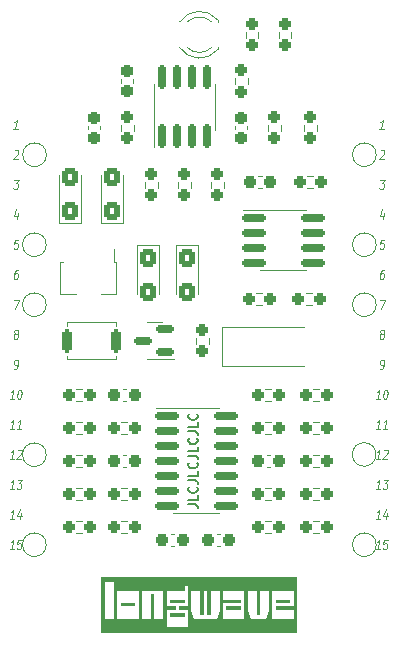
<source format=gbr>
%TF.GenerationSoftware,KiCad,Pcbnew,(6.0.9-0)*%
%TF.CreationDate,2024-03-23T11:21:51+01:00*%
%TF.ProjectId,lfo-board,6c666f2d-626f-4617-9264-2e6b69636164,rev?*%
%TF.SameCoordinates,Original*%
%TF.FileFunction,Legend,Top*%
%TF.FilePolarity,Positive*%
%FSLAX46Y46*%
G04 Gerber Fmt 4.6, Leading zero omitted, Abs format (unit mm)*
G04 Created by KiCad (PCBNEW (6.0.9-0)) date 2024-03-23 11:21:51*
%MOMM*%
%LPD*%
G01*
G04 APERTURE LIST*
G04 Aperture macros list*
%AMRoundRect*
0 Rectangle with rounded corners*
0 $1 Rounding radius*
0 $2 $3 $4 $5 $6 $7 $8 $9 X,Y pos of 4 corners*
0 Add a 4 corners polygon primitive as box body*
4,1,4,$2,$3,$4,$5,$6,$7,$8,$9,$2,$3,0*
0 Add four circle primitives for the rounded corners*
1,1,$1+$1,$2,$3*
1,1,$1+$1,$4,$5*
1,1,$1+$1,$6,$7*
1,1,$1+$1,$8,$9*
0 Add four rect primitives between the rounded corners*
20,1,$1+$1,$2,$3,$4,$5,0*
20,1,$1+$1,$4,$5,$6,$7,0*
20,1,$1+$1,$6,$7,$8,$9,0*
20,1,$1+$1,$8,$9,$2,$3,0*%
%AMFreePoly0*
4,1,9,3.862500,-0.866500,0.737500,-0.866500,0.737500,-0.450000,-0.737500,-0.450000,-0.737500,0.450000,0.737500,0.450000,0.737500,0.866500,3.862500,0.866500,3.862500,-0.866500,3.862500,-0.866500,$1*%
G04 Aperture macros list end*
%ADD10C,0.120000*%
%ADD11C,0.100000*%
%ADD12C,0.150000*%
%ADD13RoundRect,0.237500X-0.300000X-0.237500X0.300000X-0.237500X0.300000X0.237500X-0.300000X0.237500X0*%
%ADD14C,5.500000*%
%ADD15RoundRect,0.237500X0.250000X0.237500X-0.250000X0.237500X-0.250000X-0.237500X0.250000X-0.237500X0*%
%ADD16RoundRect,0.237500X0.237500X-0.250000X0.237500X0.250000X-0.237500X0.250000X-0.237500X-0.250000X0*%
%ADD17R,0.900000X1.300000*%
%ADD18FreePoly0,270.000000*%
%ADD19C,3.200000*%
%ADD20RoundRect,0.237500X0.300000X0.237500X-0.300000X0.237500X-0.300000X-0.237500X0.300000X-0.237500X0*%
%ADD21RoundRect,0.150000X0.587500X0.150000X-0.587500X0.150000X-0.587500X-0.150000X0.587500X-0.150000X0*%
%ADD22RoundRect,0.200000X-0.200000X-0.800000X0.200000X-0.800000X0.200000X0.800000X-0.200000X0.800000X0*%
%ADD23RoundRect,0.150000X-0.825000X-0.150000X0.825000X-0.150000X0.825000X0.150000X-0.825000X0.150000X0*%
%ADD24RoundRect,0.237500X-0.250000X-0.237500X0.250000X-0.237500X0.250000X0.237500X-0.250000X0.237500X0*%
%ADD25R,1.800000X1.800000*%
%ADD26C,1.800000*%
%ADD27RoundRect,0.250000X0.425000X-0.537500X0.425000X0.537500X-0.425000X0.537500X-0.425000X-0.537500X0*%
%ADD28RoundRect,0.237500X0.237500X-0.300000X0.237500X0.300000X-0.237500X0.300000X-0.237500X-0.300000X0*%
%ADD29RoundRect,0.250000X-0.425000X0.537500X-0.425000X-0.537500X0.425000X-0.537500X0.425000X0.537500X0*%
%ADD30RoundRect,0.237500X-0.237500X0.250000X-0.237500X-0.250000X0.237500X-0.250000X0.237500X0.250000X0*%
%ADD31R,1.700000X1.700000*%
%ADD32O,1.700000X1.700000*%
%ADD33R,3.500000X1.800000*%
%ADD34RoundRect,0.150000X0.150000X-0.825000X0.150000X0.825000X-0.150000X0.825000X-0.150000X-0.825000X0*%
G04 APERTURE END LIST*
D10*
X56880000Y-60960000D02*
G75*
G03*
X56880000Y-60960000I-1000000J0D01*
G01*
X56880000Y-68580000D02*
G75*
G03*
X56880000Y-68580000I-1000000J0D01*
G01*
X56880000Y-73660000D02*
G75*
G03*
X56880000Y-73660000I-1000000J0D01*
G01*
X56860551Y-86336661D02*
G75*
G03*
X56860551Y-86336661I-1000000J0D01*
G01*
X56880000Y-93980000D02*
G75*
G03*
X56880000Y-93980000I-1000000J0D01*
G01*
X28940000Y-93980000D02*
G75*
G03*
X28940000Y-93980000I-1000000J0D01*
G01*
X28940000Y-86360000D02*
G75*
G03*
X28940000Y-86360000I-1000000J0D01*
G01*
X28940000Y-73660000D02*
G75*
G03*
X28940000Y-73660000I-1000000J0D01*
G01*
X28940000Y-68580000D02*
G75*
G03*
X28940000Y-68580000I-1000000J0D01*
G01*
X28956000Y-60960000D02*
G75*
G03*
X28956000Y-60960000I-1000000J0D01*
G01*
D11*
X26225976Y-94341904D02*
X25883119Y-94341904D01*
X26054547Y-94341904D02*
X26154547Y-93541904D01*
X26083119Y-93656190D01*
X26016452Y-93732380D01*
X25954547Y-93770476D01*
X26868833Y-93541904D02*
X26583119Y-93541904D01*
X26506928Y-93922857D01*
X26540261Y-93884761D01*
X26602166Y-93846666D01*
X26745023Y-93846666D01*
X26797404Y-93884761D01*
X26821214Y-93922857D01*
X26840261Y-93999047D01*
X26816452Y-94189523D01*
X26778357Y-94265714D01*
X26745023Y-94303809D01*
X26683119Y-94341904D01*
X26540261Y-94341904D01*
X26487880Y-94303809D01*
X26464071Y-94265714D01*
D10*
X26225976Y-79101904D02*
X26340261Y-79101904D01*
X26402166Y-79063809D01*
X26435500Y-79025714D01*
X26506928Y-78911428D01*
X26554547Y-78759047D01*
X26592642Y-78454285D01*
X26573595Y-78378095D01*
X26549785Y-78340000D01*
X26497404Y-78301904D01*
X26383119Y-78301904D01*
X26321214Y-78340000D01*
X26287880Y-78378095D01*
X26249785Y-78454285D01*
X26225976Y-78644761D01*
X26245023Y-78720952D01*
X26268833Y-78759047D01*
X26321214Y-78797142D01*
X26435500Y-78797142D01*
X26497404Y-78759047D01*
X26530738Y-78720952D01*
X26568833Y-78644761D01*
D11*
X26225976Y-81641904D02*
X25883119Y-81641904D01*
X26054547Y-81641904D02*
X26154547Y-80841904D01*
X26083119Y-80956190D01*
X26016452Y-81032380D01*
X25954547Y-81070476D01*
X26697404Y-80841904D02*
X26754547Y-80841904D01*
X26806928Y-80880000D01*
X26830738Y-80918095D01*
X26849785Y-80994285D01*
X26859309Y-81146666D01*
X26835500Y-81337142D01*
X26787880Y-81489523D01*
X26749785Y-81565714D01*
X26716452Y-81603809D01*
X26654547Y-81641904D01*
X26597404Y-81641904D01*
X26545023Y-81603809D01*
X26521214Y-81565714D01*
X26502166Y-81489523D01*
X26492642Y-81337142D01*
X26516452Y-81146666D01*
X26564071Y-80994285D01*
X26602166Y-80918095D01*
X26635500Y-80880000D01*
X26697404Y-80841904D01*
D10*
X57509214Y-65868571D02*
X57442547Y-66401904D01*
X57404452Y-65563809D02*
X57190166Y-66135238D01*
X57561595Y-66135238D01*
D11*
X26225976Y-91801904D02*
X25883119Y-91801904D01*
X26054547Y-91801904D02*
X26154547Y-91001904D01*
X26083119Y-91116190D01*
X26016452Y-91192380D01*
X25954547Y-91230476D01*
X26806928Y-91268571D02*
X26740261Y-91801904D01*
X26702166Y-90963809D02*
X26487880Y-91535238D01*
X26859309Y-91535238D01*
X57213976Y-89261904D02*
X56871119Y-89261904D01*
X57042547Y-89261904D02*
X57142547Y-88461904D01*
X57071119Y-88576190D01*
X57004452Y-88652380D01*
X56942547Y-88690476D01*
X57513976Y-88461904D02*
X57885404Y-88461904D01*
X57647309Y-88766666D01*
X57733023Y-88766666D01*
X57785404Y-88804761D01*
X57809214Y-88842857D01*
X57828261Y-88919047D01*
X57804452Y-89109523D01*
X57766357Y-89185714D01*
X57733023Y-89223809D01*
X57671119Y-89261904D01*
X57499690Y-89261904D01*
X57447309Y-89223809D01*
X57423500Y-89185714D01*
X26225976Y-84181904D02*
X25883119Y-84181904D01*
X26054547Y-84181904D02*
X26154547Y-83381904D01*
X26083119Y-83496190D01*
X26016452Y-83572380D01*
X25954547Y-83610476D01*
X26797404Y-84181904D02*
X26454547Y-84181904D01*
X26625976Y-84181904D02*
X26725976Y-83381904D01*
X26654547Y-83496190D01*
X26587880Y-83572380D01*
X26525976Y-83610476D01*
D10*
X57213976Y-79101904D02*
X57328261Y-79101904D01*
X57390166Y-79063809D01*
X57423500Y-79025714D01*
X57494928Y-78911428D01*
X57542547Y-78759047D01*
X57580642Y-78454285D01*
X57561595Y-78378095D01*
X57537785Y-78340000D01*
X57485404Y-78301904D01*
X57371119Y-78301904D01*
X57309214Y-78340000D01*
X57275880Y-78378095D01*
X57237785Y-78454285D01*
X57213976Y-78644761D01*
X57233023Y-78720952D01*
X57256833Y-78759047D01*
X57309214Y-78797142D01*
X57423500Y-78797142D01*
X57485404Y-78759047D01*
X57518738Y-78720952D01*
X57556833Y-78644761D01*
X26583119Y-68141904D02*
X26297404Y-68141904D01*
X26221214Y-68522857D01*
X26254547Y-68484761D01*
X26316452Y-68446666D01*
X26459309Y-68446666D01*
X26511690Y-68484761D01*
X26535500Y-68522857D01*
X26554547Y-68599047D01*
X26530738Y-68789523D01*
X26492642Y-68865714D01*
X26459309Y-68903809D01*
X26397404Y-68941904D01*
X26254547Y-68941904D01*
X26202166Y-68903809D01*
X26178357Y-68865714D01*
X57228261Y-73221904D02*
X57628261Y-73221904D01*
X57271119Y-74021904D01*
X26240261Y-73221904D02*
X26640261Y-73221904D01*
X26283119Y-74021904D01*
X57499690Y-58781904D02*
X57156833Y-58781904D01*
X57328261Y-58781904D02*
X57428261Y-57981904D01*
X57356833Y-58096190D01*
X57290166Y-58172380D01*
X57228261Y-58210476D01*
X57228261Y-63061904D02*
X57599690Y-63061904D01*
X57361595Y-63366666D01*
X57447309Y-63366666D01*
X57499690Y-63404761D01*
X57523500Y-63442857D01*
X57542547Y-63519047D01*
X57518738Y-63709523D01*
X57480642Y-63785714D01*
X57447309Y-63823809D01*
X57385404Y-63861904D01*
X57213976Y-63861904D01*
X57161595Y-63823809D01*
X57137785Y-63785714D01*
D11*
X26225976Y-86721904D02*
X25883119Y-86721904D01*
X26054547Y-86721904D02*
X26154547Y-85921904D01*
X26083119Y-86036190D01*
X26016452Y-86112380D01*
X25954547Y-86150476D01*
X26545023Y-85998095D02*
X26578357Y-85960000D01*
X26640261Y-85921904D01*
X26783119Y-85921904D01*
X26835500Y-85960000D01*
X26859309Y-85998095D01*
X26878357Y-86074285D01*
X26868833Y-86150476D01*
X26825976Y-86264761D01*
X26425976Y-86721904D01*
X26797404Y-86721904D01*
D10*
X57247309Y-60598095D02*
X57280642Y-60560000D01*
X57342547Y-60521904D01*
X57485404Y-60521904D01*
X57537785Y-60560000D01*
X57561595Y-60598095D01*
X57580642Y-60674285D01*
X57571119Y-60750476D01*
X57528261Y-60864761D01*
X57128261Y-61321904D01*
X57499690Y-61321904D01*
D11*
X57213976Y-84181904D02*
X56871119Y-84181904D01*
X57042547Y-84181904D02*
X57142547Y-83381904D01*
X57071119Y-83496190D01*
X57004452Y-83572380D01*
X56942547Y-83610476D01*
X57785404Y-84181904D02*
X57442547Y-84181904D01*
X57613976Y-84181904D02*
X57713976Y-83381904D01*
X57642547Y-83496190D01*
X57575880Y-83572380D01*
X57513976Y-83610476D01*
D12*
X40963904Y-90563238D02*
X41535333Y-90563238D01*
X41649619Y-90601333D01*
X41725809Y-90677523D01*
X41763904Y-90791809D01*
X41763904Y-90868000D01*
X41763904Y-89801333D02*
X41763904Y-90182285D01*
X40963904Y-90182285D01*
X41687714Y-89077523D02*
X41725809Y-89115619D01*
X41763904Y-89229904D01*
X41763904Y-89306095D01*
X41725809Y-89420380D01*
X41649619Y-89496571D01*
X41573428Y-89534666D01*
X41421047Y-89572761D01*
X41306761Y-89572761D01*
X41154380Y-89534666D01*
X41078190Y-89496571D01*
X41002000Y-89420380D01*
X40963904Y-89306095D01*
X40963904Y-89229904D01*
X41002000Y-89115619D01*
X41040095Y-89077523D01*
X40963904Y-88506095D02*
X41535333Y-88506095D01*
X41649619Y-88544190D01*
X41725809Y-88620380D01*
X41763904Y-88734666D01*
X41763904Y-88810857D01*
X41763904Y-87744190D02*
X41763904Y-88125142D01*
X40963904Y-88125142D01*
X41687714Y-87020380D02*
X41725809Y-87058476D01*
X41763904Y-87172761D01*
X41763904Y-87248952D01*
X41725809Y-87363238D01*
X41649619Y-87439428D01*
X41573428Y-87477523D01*
X41421047Y-87515619D01*
X41306761Y-87515619D01*
X41154380Y-87477523D01*
X41078190Y-87439428D01*
X41002000Y-87363238D01*
X40963904Y-87248952D01*
X40963904Y-87172761D01*
X41002000Y-87058476D01*
X41040095Y-87020380D01*
X40963904Y-86448952D02*
X41535333Y-86448952D01*
X41649619Y-86487047D01*
X41725809Y-86563238D01*
X41763904Y-86677523D01*
X41763904Y-86753714D01*
X41763904Y-85687047D02*
X41763904Y-86068000D01*
X40963904Y-86068000D01*
X41687714Y-84963238D02*
X41725809Y-85001333D01*
X41763904Y-85115619D01*
X41763904Y-85191809D01*
X41725809Y-85306095D01*
X41649619Y-85382285D01*
X41573428Y-85420380D01*
X41421047Y-85458476D01*
X41306761Y-85458476D01*
X41154380Y-85420380D01*
X41078190Y-85382285D01*
X41002000Y-85306095D01*
X40963904Y-85191809D01*
X40963904Y-85115619D01*
X41002000Y-85001333D01*
X41040095Y-84963238D01*
X40963904Y-84391809D02*
X41535333Y-84391809D01*
X41649619Y-84429904D01*
X41725809Y-84506095D01*
X41763904Y-84620380D01*
X41763904Y-84696571D01*
X41763904Y-83629904D02*
X41763904Y-84010857D01*
X40963904Y-84010857D01*
X41687714Y-82906095D02*
X41725809Y-82944190D01*
X41763904Y-83058476D01*
X41763904Y-83134666D01*
X41725809Y-83248952D01*
X41649619Y-83325142D01*
X41573428Y-83363238D01*
X41421047Y-83401333D01*
X41306761Y-83401333D01*
X41154380Y-83363238D01*
X41078190Y-83325142D01*
X41002000Y-83248952D01*
X40963904Y-83134666D01*
X40963904Y-83058476D01*
X41002000Y-82944190D01*
X41040095Y-82906095D01*
D10*
X26240261Y-63061904D02*
X26611690Y-63061904D01*
X26373595Y-63366666D01*
X26459309Y-63366666D01*
X26511690Y-63404761D01*
X26535500Y-63442857D01*
X26554547Y-63519047D01*
X26530738Y-63709523D01*
X26492642Y-63785714D01*
X26459309Y-63823809D01*
X26397404Y-63861904D01*
X26225976Y-63861904D01*
X26173595Y-63823809D01*
X26149785Y-63785714D01*
X26554547Y-70681904D02*
X26440261Y-70681904D01*
X26378357Y-70720000D01*
X26345023Y-70758095D01*
X26273595Y-70872380D01*
X26225976Y-71024761D01*
X26187880Y-71329523D01*
X26206928Y-71405714D01*
X26230738Y-71443809D01*
X26283119Y-71481904D01*
X26397404Y-71481904D01*
X26459309Y-71443809D01*
X26492642Y-71405714D01*
X26530738Y-71329523D01*
X26554547Y-71139047D01*
X26535500Y-71062857D01*
X26511690Y-71024761D01*
X26459309Y-70986666D01*
X26345023Y-70986666D01*
X26283119Y-71024761D01*
X26249785Y-71062857D01*
X26211690Y-71139047D01*
X57571119Y-68141904D02*
X57285404Y-68141904D01*
X57209214Y-68522857D01*
X57242547Y-68484761D01*
X57304452Y-68446666D01*
X57447309Y-68446666D01*
X57499690Y-68484761D01*
X57523500Y-68522857D01*
X57542547Y-68599047D01*
X57518738Y-68789523D01*
X57480642Y-68865714D01*
X57447309Y-68903809D01*
X57385404Y-68941904D01*
X57242547Y-68941904D01*
X57190166Y-68903809D01*
X57166357Y-68865714D01*
X57328261Y-76104761D02*
X57275880Y-76066666D01*
X57252071Y-76028571D01*
X57233023Y-75952380D01*
X57237785Y-75914285D01*
X57275880Y-75838095D01*
X57309214Y-75800000D01*
X57371119Y-75761904D01*
X57485404Y-75761904D01*
X57537785Y-75800000D01*
X57561595Y-75838095D01*
X57580642Y-75914285D01*
X57575880Y-75952380D01*
X57537785Y-76028571D01*
X57504452Y-76066666D01*
X57442547Y-76104761D01*
X57328261Y-76104761D01*
X57266357Y-76142857D01*
X57233023Y-76180952D01*
X57194928Y-76257142D01*
X57175880Y-76409523D01*
X57194928Y-76485714D01*
X57218738Y-76523809D01*
X57271119Y-76561904D01*
X57385404Y-76561904D01*
X57447309Y-76523809D01*
X57480642Y-76485714D01*
X57518738Y-76409523D01*
X57537785Y-76257142D01*
X57518738Y-76180952D01*
X57494928Y-76142857D01*
X57442547Y-76104761D01*
D11*
X57213976Y-94341904D02*
X56871119Y-94341904D01*
X57042547Y-94341904D02*
X57142547Y-93541904D01*
X57071119Y-93656190D01*
X57004452Y-93732380D01*
X56942547Y-93770476D01*
X57856833Y-93541904D02*
X57571119Y-93541904D01*
X57494928Y-93922857D01*
X57528261Y-93884761D01*
X57590166Y-93846666D01*
X57733023Y-93846666D01*
X57785404Y-93884761D01*
X57809214Y-93922857D01*
X57828261Y-93999047D01*
X57804452Y-94189523D01*
X57766357Y-94265714D01*
X57733023Y-94303809D01*
X57671119Y-94341904D01*
X57528261Y-94341904D01*
X57475880Y-94303809D01*
X57452071Y-94265714D01*
D10*
X26521214Y-65868571D02*
X26454547Y-66401904D01*
X26416452Y-65563809D02*
X26202166Y-66135238D01*
X26573595Y-66135238D01*
X26259309Y-60598095D02*
X26292642Y-60560000D01*
X26354547Y-60521904D01*
X26497404Y-60521904D01*
X26549785Y-60560000D01*
X26573595Y-60598095D01*
X26592642Y-60674285D01*
X26583119Y-60750476D01*
X26540261Y-60864761D01*
X26140261Y-61321904D01*
X26511690Y-61321904D01*
D11*
X57213976Y-86721904D02*
X56871119Y-86721904D01*
X57042547Y-86721904D02*
X57142547Y-85921904D01*
X57071119Y-86036190D01*
X57004452Y-86112380D01*
X56942547Y-86150476D01*
X57533023Y-85998095D02*
X57566357Y-85960000D01*
X57628261Y-85921904D01*
X57771119Y-85921904D01*
X57823500Y-85960000D01*
X57847309Y-85998095D01*
X57866357Y-86074285D01*
X57856833Y-86150476D01*
X57813976Y-86264761D01*
X57413976Y-86721904D01*
X57785404Y-86721904D01*
D10*
X26340261Y-76104761D02*
X26287880Y-76066666D01*
X26264071Y-76028571D01*
X26245023Y-75952380D01*
X26249785Y-75914285D01*
X26287880Y-75838095D01*
X26321214Y-75800000D01*
X26383119Y-75761904D01*
X26497404Y-75761904D01*
X26549785Y-75800000D01*
X26573595Y-75838095D01*
X26592642Y-75914285D01*
X26587880Y-75952380D01*
X26549785Y-76028571D01*
X26516452Y-76066666D01*
X26454547Y-76104761D01*
X26340261Y-76104761D01*
X26278357Y-76142857D01*
X26245023Y-76180952D01*
X26206928Y-76257142D01*
X26187880Y-76409523D01*
X26206928Y-76485714D01*
X26230738Y-76523809D01*
X26283119Y-76561904D01*
X26397404Y-76561904D01*
X26459309Y-76523809D01*
X26492642Y-76485714D01*
X26530738Y-76409523D01*
X26549785Y-76257142D01*
X26530738Y-76180952D01*
X26506928Y-76142857D01*
X26454547Y-76104761D01*
D11*
X26225976Y-89261904D02*
X25883119Y-89261904D01*
X26054547Y-89261904D02*
X26154547Y-88461904D01*
X26083119Y-88576190D01*
X26016452Y-88652380D01*
X25954547Y-88690476D01*
X26525976Y-88461904D02*
X26897404Y-88461904D01*
X26659309Y-88766666D01*
X26745023Y-88766666D01*
X26797404Y-88804761D01*
X26821214Y-88842857D01*
X26840261Y-88919047D01*
X26816452Y-89109523D01*
X26778357Y-89185714D01*
X26745023Y-89223809D01*
X26683119Y-89261904D01*
X26511690Y-89261904D01*
X26459309Y-89223809D01*
X26435500Y-89185714D01*
D10*
X57542547Y-70681904D02*
X57428261Y-70681904D01*
X57366357Y-70720000D01*
X57333023Y-70758095D01*
X57261595Y-70872380D01*
X57213976Y-71024761D01*
X57175880Y-71329523D01*
X57194928Y-71405714D01*
X57218738Y-71443809D01*
X57271119Y-71481904D01*
X57385404Y-71481904D01*
X57447309Y-71443809D01*
X57480642Y-71405714D01*
X57518738Y-71329523D01*
X57542547Y-71139047D01*
X57523500Y-71062857D01*
X57499690Y-71024761D01*
X57447309Y-70986666D01*
X57333023Y-70986666D01*
X57271119Y-71024761D01*
X57237785Y-71062857D01*
X57199690Y-71139047D01*
D11*
X57213976Y-81641904D02*
X56871119Y-81641904D01*
X57042547Y-81641904D02*
X57142547Y-80841904D01*
X57071119Y-80956190D01*
X57004452Y-81032380D01*
X56942547Y-81070476D01*
X57685404Y-80841904D02*
X57742547Y-80841904D01*
X57794928Y-80880000D01*
X57818738Y-80918095D01*
X57837785Y-80994285D01*
X57847309Y-81146666D01*
X57823500Y-81337142D01*
X57775880Y-81489523D01*
X57737785Y-81565714D01*
X57704452Y-81603809D01*
X57642547Y-81641904D01*
X57585404Y-81641904D01*
X57533023Y-81603809D01*
X57509214Y-81565714D01*
X57490166Y-81489523D01*
X57480642Y-81337142D01*
X57504452Y-81146666D01*
X57552071Y-80994285D01*
X57590166Y-80918095D01*
X57623500Y-80880000D01*
X57685404Y-80841904D01*
D10*
X26511690Y-58781904D02*
X26168833Y-58781904D01*
X26340261Y-58781904D02*
X26440261Y-57981904D01*
X26368833Y-58096190D01*
X26302166Y-58172380D01*
X26240261Y-58210476D01*
D11*
X57213976Y-91801904D02*
X56871119Y-91801904D01*
X57042547Y-91801904D02*
X57142547Y-91001904D01*
X57071119Y-91116190D01*
X57004452Y-91192380D01*
X56942547Y-91230476D01*
X57794928Y-91268571D02*
X57728261Y-91801904D01*
X57690166Y-90963809D02*
X57475880Y-91535238D01*
X57847309Y-91535238D01*
D10*
%TO.C,C7*%
X43388233Y-93089000D02*
X43680767Y-93089000D01*
X43388233Y-94109000D02*
X43680767Y-94109000D01*
%TO.C,R12*%
X35814724Y-83551500D02*
X35305276Y-83551500D01*
X35814724Y-84596500D02*
X35305276Y-84596500D01*
%TO.C,R34*%
X45832500Y-51054724D02*
X45832500Y-50545276D01*
X46877500Y-51054724D02*
X46877500Y-50545276D01*
%TO.C,U5*%
X34872000Y-70060000D02*
X34872000Y-72780000D01*
X34642000Y-68920000D02*
X34642000Y-70060000D01*
X30152000Y-72780000D02*
X30152000Y-70060000D01*
X31462000Y-72780000D02*
X30152000Y-72780000D01*
X34872000Y-72780000D02*
X33562000Y-72780000D01*
X34872000Y-70060000D02*
X34642000Y-70060000D01*
X30152000Y-70060000D02*
X30382000Y-70060000D01*
%TO.C,R26*%
X48006724Y-90184500D02*
X47497276Y-90184500D01*
X48006724Y-89139500D02*
X47497276Y-89139500D01*
%TO.C,R23*%
X52070724Y-81802500D02*
X51561276Y-81802500D01*
X52070724Y-80757500D02*
X51561276Y-80757500D01*
%TO.C,C14*%
X47201267Y-63756000D02*
X46908733Y-63756000D01*
X47201267Y-62736000D02*
X46908733Y-62736000D01*
%TO.C,Q1*%
X38100000Y-75148000D02*
X37450000Y-75148000D01*
X38100000Y-78268000D02*
X37450000Y-78268000D01*
X38100000Y-75148000D02*
X38750000Y-75148000D01*
X38100000Y-78268000D02*
X39775000Y-78268000D01*
%TO.C,SW1*%
X30696000Y-75138000D02*
X34836000Y-75138000D01*
X30696000Y-75438000D02*
X30696000Y-75138000D01*
X34836000Y-78278000D02*
X30696000Y-78278000D01*
X30696000Y-78278000D02*
X30696000Y-77978000D01*
X34836000Y-75138000D02*
X34836000Y-75438000D01*
X34836000Y-77978000D02*
X34836000Y-78278000D01*
%TO.C,U4*%
X49022000Y-70759000D02*
X50972000Y-70759000D01*
X49022000Y-65639000D02*
X45572000Y-65639000D01*
X49022000Y-70759000D02*
X47072000Y-70759000D01*
X49022000Y-65639000D02*
X50972000Y-65639000D01*
%TO.C,R25*%
X52070724Y-84596500D02*
X51561276Y-84596500D01*
X52070724Y-83551500D02*
X51561276Y-83551500D01*
%TO.C,R10*%
X31495276Y-90184500D02*
X32004724Y-90184500D01*
X31495276Y-89139500D02*
X32004724Y-89139500D01*
%TO.C,C3*%
X35706267Y-81790000D02*
X35413733Y-81790000D01*
X35706267Y-80770000D02*
X35413733Y-80770000D01*
%TO.C,R29*%
X51561276Y-87390500D02*
X52070724Y-87390500D01*
X51561276Y-86345500D02*
X52070724Y-86345500D01*
%TO.C,D2*%
X43475000Y-52036000D02*
X43475000Y-51880000D01*
X43475000Y-49720000D02*
X43475000Y-49564000D01*
X42955961Y-49720000D02*
G75*
G03*
X40873870Y-49720163I-1040961J-1080000D01*
G01*
X40242665Y-51878608D02*
G75*
G03*
X43475000Y-52035516I1672335J1078608D01*
G01*
X43475000Y-49564484D02*
G75*
G03*
X40242665Y-49721392I-1560000J-1235516D01*
G01*
X40873870Y-51879837D02*
G75*
G03*
X42955961Y-51880000I1041130J1079837D01*
G01*
%TO.C,C13*%
X33609000Y-66747000D02*
X35479000Y-66747000D01*
X33609000Y-62662000D02*
X33609000Y-66747000D01*
X35479000Y-66747000D02*
X35479000Y-62662000D01*
%TO.C,C19*%
X36324000Y-54883267D02*
X36324000Y-54590733D01*
X35304000Y-54883267D02*
X35304000Y-54590733D01*
%TO.C,C17*%
X32510000Y-58820267D02*
X32510000Y-58527733D01*
X33530000Y-58820267D02*
X33530000Y-58527733D01*
%TO.C,R2*%
X35305276Y-91933500D02*
X35814724Y-91933500D01*
X35305276Y-92978500D02*
X35814724Y-92978500D01*
%TO.C,R32*%
X43956500Y-63754724D02*
X43956500Y-63245276D01*
X42911500Y-63754724D02*
X42911500Y-63245276D01*
%TO.C,R1*%
X31495276Y-84596500D02*
X32004724Y-84596500D01*
X31495276Y-83551500D02*
X32004724Y-83551500D01*
%TO.C,C11*%
X35706267Y-86358000D02*
X35413733Y-86358000D01*
X35706267Y-87378000D02*
X35413733Y-87378000D01*
%TO.C,U1*%
X41656000Y-82433000D02*
X43606000Y-82433000D01*
X41656000Y-91303000D02*
X43606000Y-91303000D01*
X41656000Y-82433000D02*
X38206000Y-82433000D01*
X41656000Y-91303000D02*
X39706000Y-91303000D01*
%TO.C,R31*%
X50785500Y-58928724D02*
X50785500Y-58419276D01*
X51830500Y-58928724D02*
X51830500Y-58419276D01*
%TO.C,C16*%
X39959000Y-68635000D02*
X39959000Y-72720000D01*
X41829000Y-68635000D02*
X39959000Y-68635000D01*
X41829000Y-72720000D02*
X41829000Y-68635000D01*
%TO.C,R33*%
X36336500Y-58928724D02*
X36336500Y-58419276D01*
X35291500Y-58928724D02*
X35291500Y-58419276D01*
%TO.C,R14*%
X51053276Y-63768500D02*
X51562724Y-63768500D01*
X51053276Y-62723500D02*
X51562724Y-62723500D01*
%TO.C,R20*%
X52070724Y-92978500D02*
X51561276Y-92978500D01*
X52070724Y-91933500D02*
X51561276Y-91933500D01*
%TO.C,R35*%
X48626500Y-50545276D02*
X48626500Y-51054724D01*
X49671500Y-50545276D02*
X49671500Y-51054724D01*
%TO.C,R3*%
X48006724Y-92978500D02*
X47497276Y-92978500D01*
X48006724Y-91933500D02*
X47497276Y-91933500D01*
%TO.C,R4*%
X48006724Y-81802500D02*
X47497276Y-81802500D01*
X48006724Y-80757500D02*
X47497276Y-80757500D01*
%TO.C,R5*%
X42686500Y-76453276D02*
X42686500Y-76962724D01*
X41641500Y-76453276D02*
X41641500Y-76962724D01*
%TO.C,R22*%
X52070724Y-89139500D02*
X51561276Y-89139500D01*
X52070724Y-90184500D02*
X51561276Y-90184500D01*
%TO.C,R8*%
X31495276Y-87390500D02*
X32004724Y-87390500D01*
X31495276Y-86345500D02*
X32004724Y-86345500D01*
%TO.C,R9*%
X31495276Y-92978500D02*
X32004724Y-92978500D01*
X31495276Y-91933500D02*
X32004724Y-91933500D01*
%TO.C,R30*%
X47737500Y-58419276D02*
X47737500Y-58928724D01*
X48782500Y-58419276D02*
X48782500Y-58928724D01*
%TO.C,R27*%
X48006724Y-84596500D02*
X47497276Y-84596500D01*
X48006724Y-83551500D02*
X47497276Y-83551500D01*
%TO.C,C8*%
X47898267Y-86358000D02*
X47605733Y-86358000D01*
X47898267Y-87378000D02*
X47605733Y-87378000D01*
%TO.C,kibuzzard-65FC6621*%
G36*
X34671000Y-96678750D02*
G01*
X37052250Y-96678750D01*
X37052250Y-101441250D01*
X34671000Y-101441250D01*
X34671000Y-100250625D01*
X34956750Y-100250625D01*
X36766500Y-100250625D01*
X36766500Y-97869375D01*
X34956750Y-97869375D01*
X34956750Y-100250625D01*
X34671000Y-100250625D01*
X34671000Y-96678750D01*
G37*
G36*
X40671750Y-98917125D02*
G01*
X39433500Y-98917125D01*
X39433500Y-98631375D01*
X40671750Y-98631375D01*
X40671750Y-98917125D01*
G37*
G36*
X36480750Y-99202875D02*
G01*
X35242500Y-99202875D01*
X35242500Y-98917125D01*
X36480750Y-98917125D01*
X36480750Y-99202875D01*
G37*
G36*
X49625250Y-98917125D02*
G01*
X48387000Y-98917125D01*
X48387000Y-98631375D01*
X49625250Y-98631375D01*
X49625250Y-98917125D01*
G37*
G36*
X40671750Y-100060125D02*
G01*
X39433500Y-100060125D01*
X39433500Y-99774375D01*
X40671750Y-99774375D01*
X40671750Y-100060125D01*
G37*
G36*
X40957500Y-96678750D02*
G01*
X43910250Y-96678750D01*
X43910250Y-101441250D01*
X40957500Y-101441250D01*
X40957500Y-99583875D01*
X41243250Y-99583875D01*
X41481375Y-100250625D01*
X43386375Y-100250625D01*
X43624500Y-99583875D01*
X43624500Y-97869375D01*
X42862500Y-97869375D01*
X42862500Y-99964875D01*
X42576750Y-99964875D01*
X42576750Y-97869375D01*
X42291000Y-97869375D01*
X42291000Y-99964875D01*
X42005250Y-99964875D01*
X42005250Y-97869375D01*
X41243250Y-97869375D01*
X41243250Y-99583875D01*
X40957500Y-99583875D01*
X40957500Y-96678750D01*
G37*
G36*
X33623250Y-96678750D02*
G01*
X34956750Y-96678750D01*
X34956750Y-101441250D01*
X33623250Y-101441250D01*
X33623250Y-100250625D01*
X33909000Y-100250625D01*
X34671000Y-100250625D01*
X34671000Y-97155000D01*
X33909000Y-97155000D01*
X33909000Y-100250625D01*
X33623250Y-100250625D01*
X33623250Y-96678750D01*
G37*
G36*
X38862000Y-96678750D02*
G01*
X41243250Y-96678750D01*
X41243250Y-101441250D01*
X38862000Y-101441250D01*
X38862000Y-100965000D01*
X39147750Y-100965000D01*
X40957500Y-100965000D01*
X40957500Y-99488625D01*
X40195500Y-99488625D01*
X40195500Y-99202875D01*
X40957500Y-99202875D01*
X40957500Y-97488375D01*
X40671750Y-97488375D01*
X40671750Y-97869375D01*
X39147750Y-97869375D01*
X39147750Y-99202875D01*
X39909750Y-99202875D01*
X39909750Y-99488625D01*
X39147750Y-99488625D01*
X39147750Y-100965000D01*
X38862000Y-100965000D01*
X38862000Y-96678750D01*
G37*
G36*
X47815500Y-96678750D02*
G01*
X50196750Y-96678750D01*
X50196750Y-101441250D01*
X47815500Y-101441250D01*
X47815500Y-100250625D01*
X48101250Y-100250625D01*
X49911000Y-100250625D01*
X49911000Y-99488625D01*
X48387000Y-99488625D01*
X48387000Y-99202875D01*
X49911000Y-99202875D01*
X49911000Y-97869375D01*
X48101250Y-97869375D01*
X48101250Y-100250625D01*
X47815500Y-100250625D01*
X47815500Y-96678750D01*
G37*
G36*
X43624500Y-96678750D02*
G01*
X46005750Y-96678750D01*
X46005750Y-101441250D01*
X43624500Y-101441250D01*
X43624500Y-100250625D01*
X43910250Y-100250625D01*
X45720000Y-100250625D01*
X45720000Y-97869375D01*
X43910250Y-97869375D01*
X43910250Y-98631375D01*
X45434250Y-98631375D01*
X45434250Y-98917125D01*
X43910250Y-98917125D01*
X43910250Y-100250625D01*
X43624500Y-100250625D01*
X43624500Y-96678750D01*
G37*
G36*
X36766500Y-96678750D02*
G01*
X39147750Y-96678750D01*
X39147750Y-101441250D01*
X36766500Y-101441250D01*
X36766500Y-100250625D01*
X37052250Y-100250625D01*
X37814250Y-100250625D01*
X37814250Y-98155125D01*
X38100000Y-98155125D01*
X38100000Y-100250625D01*
X38862000Y-100250625D01*
X38862000Y-97869375D01*
X37052250Y-97869375D01*
X37052250Y-100250625D01*
X36766500Y-100250625D01*
X36766500Y-96678750D01*
G37*
G36*
X45434250Y-99488625D02*
G01*
X44196000Y-99488625D01*
X44196000Y-99202875D01*
X45434250Y-99202875D01*
X45434250Y-99488625D01*
G37*
G36*
X45720000Y-96678750D02*
G01*
X48101250Y-96678750D01*
X48101250Y-101441250D01*
X45720000Y-101441250D01*
X45720000Y-99583875D01*
X46005750Y-99583875D01*
X46243875Y-100250625D01*
X47577375Y-100250625D01*
X47815500Y-99583875D01*
X47815500Y-97869375D01*
X47053500Y-97869375D01*
X47053500Y-99964875D01*
X46767750Y-99964875D01*
X46767750Y-97869375D01*
X46005750Y-97869375D01*
X46005750Y-99583875D01*
X45720000Y-99583875D01*
X45720000Y-96678750D01*
G37*
%TO.C,R37*%
X40117500Y-63754724D02*
X40117500Y-63245276D01*
X41162500Y-63754724D02*
X41162500Y-63245276D01*
%TO.C,D1*%
X43860000Y-75566000D02*
X43860000Y-78866000D01*
X43860000Y-75566000D02*
X50760000Y-75566000D01*
X43860000Y-78866000D02*
X50760000Y-78866000D01*
%TO.C,R28*%
X51435724Y-72629500D02*
X50926276Y-72629500D01*
X51435724Y-73674500D02*
X50926276Y-73674500D01*
%TO.C,C4*%
X39770267Y-93089000D02*
X39477733Y-93089000D01*
X39770267Y-94109000D02*
X39477733Y-94109000D01*
%TO.C,C12*%
X31923000Y-66747000D02*
X31923000Y-62662000D01*
X30053000Y-62662000D02*
X30053000Y-66747000D01*
X30053000Y-66747000D02*
X31923000Y-66747000D01*
%TO.C,R38*%
X44943500Y-54482276D02*
X44943500Y-54991724D01*
X45988500Y-54482276D02*
X45988500Y-54991724D01*
%TO.C,U6*%
X38080000Y-56896000D02*
X38080000Y-60346000D01*
X38080000Y-56896000D02*
X38080000Y-54946000D01*
X43200000Y-56896000D02*
X43200000Y-54946000D01*
X43200000Y-56896000D02*
X43200000Y-58846000D01*
%TO.C,R15*%
X47244724Y-72629500D02*
X46735276Y-72629500D01*
X47244724Y-73674500D02*
X46735276Y-73674500D01*
%TO.C,C18*%
X45976000Y-58820267D02*
X45976000Y-58527733D01*
X44956000Y-58820267D02*
X44956000Y-58527733D01*
%TO.C,R13*%
X35305276Y-89139500D02*
X35814724Y-89139500D01*
X35305276Y-90184500D02*
X35814724Y-90184500D01*
%TO.C,R6*%
X31495276Y-81802500D02*
X32004724Y-81802500D01*
X31495276Y-80757500D02*
X32004724Y-80757500D01*
%TO.C,C15*%
X38527000Y-72720000D02*
X38527000Y-68635000D01*
X36657000Y-68635000D02*
X36657000Y-72720000D01*
X38527000Y-68635000D02*
X36657000Y-68635000D01*
%TO.C,R36*%
X38368500Y-63754724D02*
X38368500Y-63245276D01*
X37323500Y-63754724D02*
X37323500Y-63245276D01*
%TD*%
%LPC*%
D13*
%TO.C,C7*%
X42672000Y-93599000D03*
X44397000Y-93599000D03*
%TD*%
D14*
%TO.C,H1*%
X30480000Y-99060000D03*
%TD*%
D15*
%TO.C,R12*%
X36472500Y-84074000D03*
X34647500Y-84074000D03*
%TD*%
D16*
%TO.C,R34*%
X46355000Y-51712500D03*
X46355000Y-49887500D03*
%TD*%
D17*
%TO.C,U5*%
X34012000Y-69470000D03*
D18*
X32512000Y-69557500D03*
D17*
X31012000Y-69470000D03*
%TD*%
D19*
%TO.C,H2*%
X30480000Y-53376102D03*
%TD*%
D15*
%TO.C,R26*%
X48664500Y-89662000D03*
X46839500Y-89662000D03*
%TD*%
%TO.C,R23*%
X52728500Y-81280000D03*
X50903500Y-81280000D03*
%TD*%
D20*
%TO.C,C14*%
X47917500Y-63246000D03*
X46192500Y-63246000D03*
%TD*%
D21*
%TO.C,Q1*%
X39037500Y-77658000D03*
X39037500Y-75758000D03*
X37162500Y-76708000D03*
%TD*%
D22*
%TO.C,SW1*%
X30666000Y-76708000D03*
X34866000Y-76708000D03*
%TD*%
D23*
%TO.C,U4*%
X46547000Y-66294000D03*
X46547000Y-67564000D03*
X46547000Y-68834000D03*
X46547000Y-70104000D03*
X51497000Y-70104000D03*
X51497000Y-68834000D03*
X51497000Y-67564000D03*
X51497000Y-66294000D03*
%TD*%
D15*
%TO.C,R25*%
X52728500Y-84074000D03*
X50903500Y-84074000D03*
%TD*%
D24*
%TO.C,R10*%
X30837500Y-89662000D03*
X32662500Y-89662000D03*
%TD*%
D20*
%TO.C,C3*%
X36422500Y-81280000D03*
X34697500Y-81280000D03*
%TD*%
D24*
%TO.C,R29*%
X50903500Y-86868000D03*
X52728500Y-86868000D03*
%TD*%
D25*
%TO.C,D2*%
X43185000Y-50800000D03*
D26*
X40645000Y-50800000D03*
%TD*%
D27*
%TO.C,C13*%
X34544000Y-65699500D03*
X34544000Y-62824500D03*
%TD*%
D28*
%TO.C,C19*%
X35814000Y-55599500D03*
X35814000Y-53874500D03*
%TD*%
D14*
%TO.C,H3*%
X53340000Y-99060000D03*
%TD*%
D28*
%TO.C,C17*%
X33020000Y-59536500D03*
X33020000Y-57811500D03*
%TD*%
D24*
%TO.C,R2*%
X34647500Y-92456000D03*
X36472500Y-92456000D03*
%TD*%
D16*
%TO.C,R32*%
X43434000Y-64412500D03*
X43434000Y-62587500D03*
%TD*%
D24*
%TO.C,R1*%
X30837500Y-84074000D03*
X32662500Y-84074000D03*
%TD*%
D20*
%TO.C,C11*%
X36422500Y-86868000D03*
X34697500Y-86868000D03*
%TD*%
D23*
%TO.C,U1*%
X39181000Y-83058000D03*
X39181000Y-84328000D03*
X39181000Y-85598000D03*
X39181000Y-86868000D03*
X39181000Y-88138000D03*
X39181000Y-89408000D03*
X39181000Y-90678000D03*
X44131000Y-90678000D03*
X44131000Y-89408000D03*
X44131000Y-88138000D03*
X44131000Y-86868000D03*
X44131000Y-85598000D03*
X44131000Y-84328000D03*
X44131000Y-83058000D03*
%TD*%
D16*
%TO.C,R31*%
X51308000Y-59586500D03*
X51308000Y-57761500D03*
%TD*%
D29*
%TO.C,C16*%
X40894000Y-69682500D03*
X40894000Y-72557500D03*
%TD*%
D16*
%TO.C,R33*%
X35814000Y-59586500D03*
X35814000Y-57761500D03*
%TD*%
D24*
%TO.C,R14*%
X50395500Y-63246000D03*
X52220500Y-63246000D03*
%TD*%
D15*
%TO.C,R20*%
X52728500Y-92456000D03*
X50903500Y-92456000D03*
%TD*%
D30*
%TO.C,R35*%
X49149000Y-49887500D03*
X49149000Y-51712500D03*
%TD*%
D31*
%TO.C,J2*%
X27940000Y-58420000D03*
D32*
X27940000Y-60960000D03*
X27940000Y-63500000D03*
X27940000Y-66040000D03*
X27940000Y-68580000D03*
X27940000Y-71120000D03*
X27940000Y-73660000D03*
X27940000Y-76200000D03*
X27940000Y-78740000D03*
X27940000Y-81280000D03*
X27940000Y-83820000D03*
X27940000Y-86360000D03*
X27940000Y-88900000D03*
X27940000Y-91440000D03*
X27940000Y-93980000D03*
%TD*%
D15*
%TO.C,R3*%
X48664500Y-92456000D03*
X46839500Y-92456000D03*
%TD*%
%TO.C,R4*%
X48664500Y-81280000D03*
X46839500Y-81280000D03*
%TD*%
D30*
%TO.C,R5*%
X42164000Y-75795500D03*
X42164000Y-77620500D03*
%TD*%
D15*
%TO.C,R22*%
X52728500Y-89662000D03*
X50903500Y-89662000D03*
%TD*%
D24*
%TO.C,R8*%
X30837500Y-86868000D03*
X32662500Y-86868000D03*
%TD*%
%TO.C,R9*%
X30837500Y-92456000D03*
X32662500Y-92456000D03*
%TD*%
D30*
%TO.C,R30*%
X48260000Y-57761500D03*
X48260000Y-59586500D03*
%TD*%
D15*
%TO.C,R27*%
X48664500Y-84074000D03*
X46839500Y-84074000D03*
%TD*%
D20*
%TO.C,C8*%
X48614500Y-86868000D03*
X46889500Y-86868000D03*
%TD*%
D19*
%TO.C,H4*%
X53340000Y-53376102D03*
%TD*%
D16*
%TO.C,R37*%
X40640000Y-64412500D03*
X40640000Y-62587500D03*
%TD*%
D33*
%TO.C,D1*%
X45760000Y-77216000D03*
X50760000Y-77216000D03*
%TD*%
D15*
%TO.C,R28*%
X52093500Y-73152000D03*
X50268500Y-73152000D03*
%TD*%
D20*
%TO.C,C4*%
X40486500Y-93599000D03*
X38761500Y-93599000D03*
%TD*%
D27*
%TO.C,C12*%
X30988000Y-65699500D03*
X30988000Y-62824500D03*
%TD*%
D30*
%TO.C,R38*%
X45466000Y-53824500D03*
X45466000Y-55649500D03*
%TD*%
D34*
%TO.C,U6*%
X38735000Y-59371000D03*
X40005000Y-59371000D03*
X41275000Y-59371000D03*
X42545000Y-59371000D03*
X42545000Y-54421000D03*
X41275000Y-54421000D03*
X40005000Y-54421000D03*
X38735000Y-54421000D03*
%TD*%
D15*
%TO.C,R15*%
X47902500Y-73152000D03*
X46077500Y-73152000D03*
%TD*%
D28*
%TO.C,C18*%
X45466000Y-59536500D03*
X45466000Y-57811500D03*
%TD*%
D24*
%TO.C,R13*%
X34647500Y-89662000D03*
X36472500Y-89662000D03*
%TD*%
%TO.C,R6*%
X30837500Y-81280000D03*
X32662500Y-81280000D03*
%TD*%
D29*
%TO.C,C15*%
X37592000Y-69682500D03*
X37592000Y-72557500D03*
%TD*%
D31*
%TO.C,J1*%
X55880000Y-58420000D03*
D32*
X55880000Y-60960000D03*
X55880000Y-63500000D03*
X55880000Y-66040000D03*
X55880000Y-68580000D03*
X55880000Y-71120000D03*
X55880000Y-73660000D03*
X55880000Y-76200000D03*
X55880000Y-78740000D03*
X55880000Y-81280000D03*
X55880000Y-83820000D03*
X55880000Y-86360000D03*
X55880000Y-88900000D03*
X55880000Y-91440000D03*
X55880000Y-93980000D03*
%TD*%
D16*
%TO.C,R36*%
X37846000Y-64412500D03*
X37846000Y-62587500D03*
%TD*%
M02*

</source>
